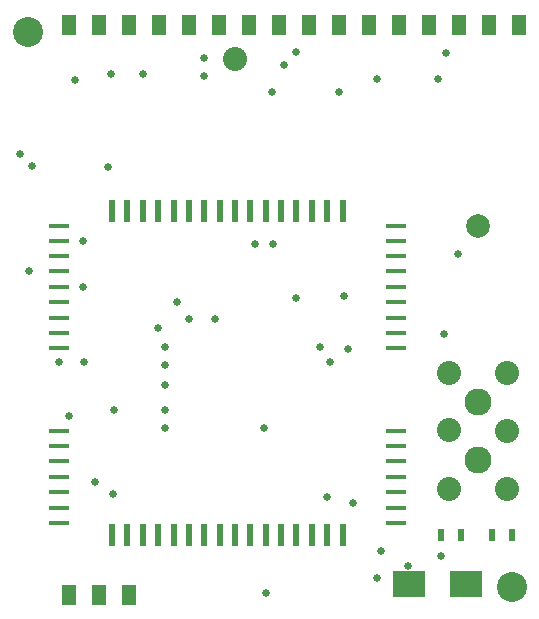
<source format=gbr>
%FSLAX23Y23*%
%MOIN*%
G04 EasyPC Gerber Version 13.0.2 Build 2807 *
%ADD101R,0.01937X0.07449*%
%ADD89R,0.02000X0.04000*%
%ADD85R,0.05000X0.06500*%
%ADD100R,0.06661X0.01543*%
%ADD149R,0.11000X0.09000*%
%ADD95C,0.02500*%
%ADD88C,0.07900*%
%ADD87C,0.08000*%
%ADD92C,0.09000*%
%ADD18C,0.10000*%
X0Y0D02*
D02*
D18*
X17102Y18933D03*
X18715Y17083D03*
D02*
D85*
X17240Y18958D03*
X17240Y17058D03*
X17340D03*
X17340Y18958D03*
X17440D03*
X17440Y17058D03*
X17540Y18958D03*
X17640D03*
X17740D03*
X17840D03*
X17940D03*
X18040D03*
X18140D03*
X18240D03*
X18340D03*
X18440D03*
X18540D03*
X18640D03*
X18740D03*
D02*
D87*
X17791Y18844D03*
X18506Y17411D03*
Y17605D03*
D03*
Y17798D03*
X18698Y17410D03*
Y17603D03*
D03*
Y17797D03*
D02*
D88*
X18603Y18287D03*
D02*
D89*
X18478Y17258D03*
X18546D03*
X18648Y17257D03*
X18716D03*
D02*
D92*
X18602Y17508D03*
Y17701D03*
D02*
D95*
X17075Y18528D03*
X17105Y18138D03*
X17115Y18488D03*
X17205Y17833D03*
X17240Y17653D03*
X17260Y18773D03*
X17285Y18083D03*
Y18238D03*
X17290Y17833D03*
X17325Y17433D03*
X17370Y18483D03*
X17380Y18793D03*
X17385Y17392D03*
X17390Y17673D03*
X17485Y18793D03*
X17535Y17948D03*
X17560Y17613D03*
Y17673D03*
Y17758D03*
Y17823D03*
Y17883D03*
X17600Y18033D03*
X17640Y17977D03*
X17690Y18788D03*
Y18848D03*
X17725Y17977D03*
X17860Y18227D03*
X17890Y17613D03*
X17895Y17063D03*
X17915Y18733D03*
X17920Y18227D03*
X17957Y18822D03*
X17995Y18048D03*
Y18868D03*
X18075Y17883D03*
X18100Y17383D03*
X18110Y17833D03*
X18140Y18733D03*
X18155Y18052D03*
X18170Y17878D03*
X18185Y17363D03*
X18265Y17113D03*
Y18778D03*
X18280Y17203D03*
X18370Y17153D03*
X18470Y18778D03*
X18480Y17188D03*
X18490Y17927D03*
X18495Y18863D03*
X18535Y18192D03*
D02*
D100*
X17206Y17297D03*
Y17348D03*
Y17400D03*
Y17451D03*
Y17502D03*
Y17553D03*
Y17604D03*
Y17879D03*
Y17930D03*
Y17981D03*
Y18032D03*
Y18084D03*
Y18135D03*
Y18186D03*
Y18237D03*
Y18288D03*
X18328Y17297D03*
Y17348D03*
Y17400D03*
Y17451D03*
Y17502D03*
Y17553D03*
Y17604D03*
Y17879D03*
Y17930D03*
Y17981D03*
Y18032D03*
Y18084D03*
Y18135D03*
Y18186D03*
Y18237D03*
Y18288D03*
D02*
D101*
X17383Y17255D03*
Y18338D03*
X17434Y17255D03*
X17434Y18338D03*
X17485Y17255D03*
Y18338D03*
X17537Y17255D03*
Y18338D03*
X17588D03*
X17588Y17255D03*
X17639D03*
Y18338D03*
X17690Y17255D03*
Y18338D03*
X17741Y17255D03*
Y18338D03*
X17792Y17255D03*
Y18338D03*
X17844Y17255D03*
X17844Y18338D03*
X17895Y17255D03*
Y18338D03*
X17946Y17255D03*
Y18338D03*
X17997Y17255D03*
Y18338D03*
X18048Y17255D03*
Y18338D03*
X18100Y17255D03*
X18100Y18338D03*
X18151Y17255D03*
Y18338D03*
D02*
D149*
X18372Y17093D03*
X18562D03*
X0Y0D02*
M02*

</source>
